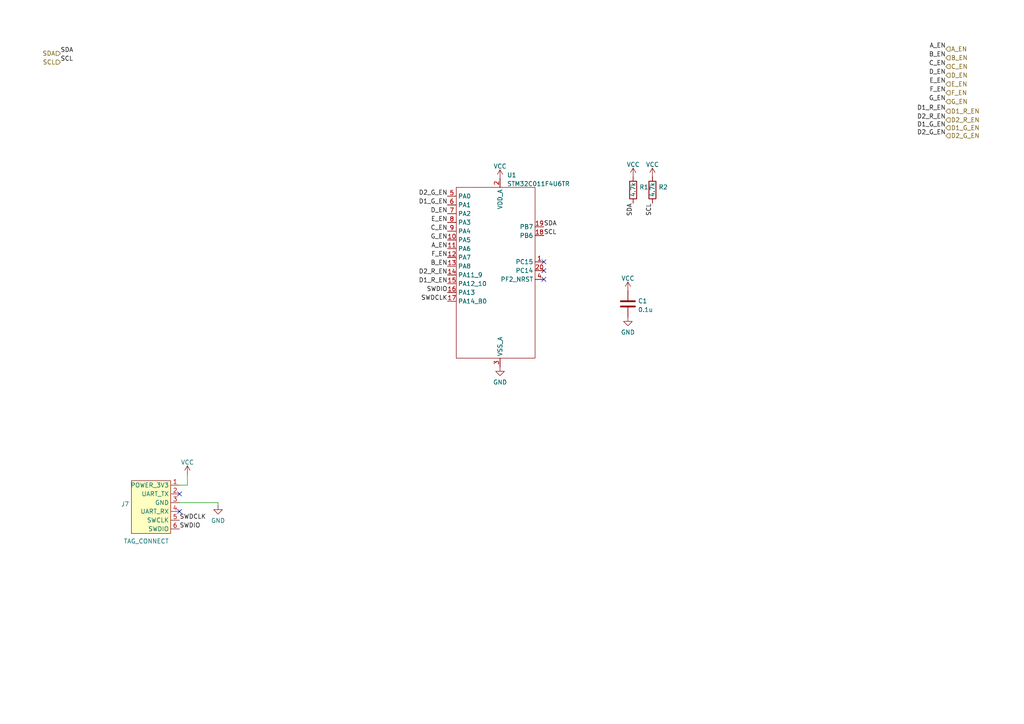
<source format=kicad_sch>
(kicad_sch (version 20211123) (generator eeschema)
  (paper "A4")
  (lib_symbols
    (symbol "ACTempDisconnect:TAG_CONNECT" (in_bom no)
      (property "Reference" "J" (at -7.62 10.16 0))
      (property "Value" "TAG_CONNECT" (at 2.54 10.16 0))
      (symbol "TAG_CONNECT_0_1"
        (rectangle (start 0 7.62) (end -11.43 -7.62) (fill (type background)))
      )
      (symbol "TAG_CONNECT_1_1"
        (pin power_out line (at 2.54 -6.35 180) (length 2.54) (name "POWER_3V3") (number "1"))
        (pin output line (at 2.54 -3.81 180) (length 2.54) (name "UART_TX") (number "2"))
        (pin power_out line (at 2.54 -1.27 180) (length 2.54) (name "GND") (number "3"))
        (pin output line (at 2.54 1.27 180) (length 2.54) (name "UART_RX") (number "4"))
        (pin output line (at 2.54 3.81 180) (length 2.54) (name "SWCLK") (number "5"))
        (pin output line (at 2.54 6.35 180) (length 2.54) (name "SWDIO") (number "6"))
      )
    )
    (symbol "Device:C" (pin_numbers hide) (pin_names (offset 0.254))
      (property "Reference" "C" (at 0.635 2.54 0))
      (property "Value" "C" (at 0.635 -2.54 0))
      (symbol "C_0_1"
        (polyline (pts (xy -2.032 -0.762) (xy 2.032 -0.762)) (stroke (width 0.508)))
        (polyline (pts (xy -2.032 0.762) (xy 2.032 0.762)) (stroke (width 0.508)))
      )
      (symbol "C_1_1"
        (pin passive line (at 0 3.81 270) (length 2.794) (name "~") (number "1"))
        (pin passive line (at 0 -3.81 90) (length 2.794) (name "~") (number "2"))
      )
    )
    (symbol "Device:R" (pin_numbers hide) (pin_names (offset 0))
      (property "Reference" "R" (at 2.032 0 90))
      (property "Value" "R" (at 0 0 90))
      (symbol "R_0_1"
        (rectangle (start -1.016 -2.54) (end 1.016 2.54) (stroke (width 0.254)))
      )
      (symbol "R_1_1"
        (pin passive line (at 0 3.81 270) (length 1.27) (name "~") (number "1"))
        (pin passive line (at 0 -3.81 90) (length 1.27) (name "~") (number "2"))
      )
    )
    (symbol "New_Library:STM32C011F4U6TR"
      (property "Reference" "U" (at 33.02 -11.43 0))
      (property "Value" "STM32C011F4U6TR" (at 15.24 -11.43 0))
      (symbol "STM32C011F4U6TR_0_0"
        (pin bidirectional line (at 40.64 -35.56 180) (length 2.54) (name "PC15") (number "1"))
        (pin bidirectional line (at 12.7 -29.21 0) (length 2.54) (name "PA5") (number "10"))
        (pin bidirectional line (at 12.7 -31.75 0) (length 2.54) (name "PA6") (number "11"))
        (pin bidirectional line (at 12.7 -34.29 0) (length 2.54) (name "PA7") (number "12"))
        (pin bidirectional line (at 12.7 -36.83 0) (length 2.54) (name "PA8") (number "13"))
        (pin bidirectional line (at 12.7 -39.37 0) (length 2.54) (name "PA11_9") (number "14"))
        (pin bidirectional line (at 12.7 -41.91 0) (length 2.54) (name "PA12_10") (number "15"))
        (pin bidirectional line (at 12.7 -44.45 0) (length 2.54) (name "PA13") (number "16"))
        (pin bidirectional line (at 12.7 -46.99 0) (length 2.54) (name "PA14_B0") (number "17"))
        (pin bidirectional line (at 40.64 -27.94 180) (length 2.54) (name "PB6") (number "18"))
        (pin bidirectional line (at 40.64 -25.4 180) (length 2.54) (name "PB7") (number "19"))
        (pin power_in line (at 27.94 -11.43 270) (length 2.54) (name "VDD_A") (number "2"))
        (pin bidirectional line (at 40.64 -38.1 180) (length 2.54) (name "PC14") (number "20"))
        (pin power_in line (at 27.94 -66.04 90) (length 2.54) (name "VSS_A") (number "3"))
        (pin bidirectional line (at 40.64 -40.64 180) (length 2.54) (name "PF2_NRST") (number "4"))
        (pin bidirectional line (at 12.7 -16.51 0) (length 2.54) (name "PA0") (number "5"))
        (pin bidirectional line (at 12.7 -19.05 0) (length 2.54) (name "PA1") (number "6"))
        (pin bidirectional line (at 12.7 -21.59 0) (length 2.54) (name "PA2") (number "7"))
        (pin bidirectional line (at 12.7 -24.13 0) (length 2.54) (name "PA3") (number "8"))
        (pin bidirectional line (at 12.7 -26.67 0) (length 2.54) (name "PA4") (number "9"))
      )
      (symbol "STM32C011F4U6TR_0_1"
        (rectangle (start 15.24 -13.97) (end 38.1 -63.5))
      )
    )
    (symbol "power:GND" (power) (pin_names (offset 0))
      (property "Value" "GND" (at 0 -3.81 0))
      (symbol "GND_0_1"
        (polyline (pts (xy 0 0) (xy 0 -1.27) (xy 1.27 -1.27) (xy 0 -2.54) (xy -1.27 -1.27) (xy 0 -1.27)))
      )
      (symbol "GND_1_1"
        (pin power_in line (at 0 0 270) (length 0) hide (name "GND") (number "1"))
      )
    )
    (symbol "power:VCC" (power) (pin_names (offset 0))
      (property "Value" "VCC" (at 0 3.81 0))
      (symbol "VCC_0_1"
        (polyline (pts (xy -0.762 1.27) (xy 0 2.54)))
        (polyline (pts (xy 0 0) (xy 0 2.54)))
        (polyline (pts (xy 0 2.54) (xy 0.762 1.27)))
      )
      (symbol "VCC_1_1"
        (pin power_in line (at 0 0 90) (length 0) hide (name "VCC") (number "1"))
      )
    )
  )
  (no_connect (at 52.07 143.256))
  (no_connect (at 52.07 148.336))
  (no_connect (at 157.734 78.486))
  (no_connect (at 157.734 81.026))
  (no_connect (at 157.734 75.946))
  (wire (pts (xy 63.246 145.796) (xy 63.246 146.558)))
  (wire (pts (xy 54.356 140.716) (xy 54.356 137.668)))
  (wire (pts (xy 52.07 140.716) (xy 54.356 140.716)))
  (wire (pts (xy 52.07 145.796) (xy 63.246 145.796)))
  (label "D1_G_EN" (at 274.32 37.084 180))
  (label "SCL" (at 189.23 58.928 270))
  (label "SDA" (at 157.734 65.786 0))
  (label "SDA" (at 17.526 15.494 0))
  (label "D1_G_EN" (at 129.794 59.436 180))
  (label "G_EN" (at 274.32 29.464 180))
  (label "D1_R_EN" (at 274.32 32.258 180))
  (label "SDA" (at 183.642 58.928 270))
  (label "B_EN" (at 129.794 77.216 180))
  (label "SWDCLK" (at 129.794 87.376 180))
  (label "D1_R_EN" (at 129.794 82.296 180))
  (label "SCL" (at 17.526 18.034 0))
  (label "D2_R_EN" (at 129.794 79.756 180))
  (label "A_EN" (at 129.794 72.136 180))
  (label "G_EN" (at 129.794 69.596 180))
  (label "A_EN" (at 274.32 14.224 180))
  (label "D_EN" (at 274.32 21.844 180))
  (label "SCL" (at 157.734 68.326 0))
  (label "D2_G_EN" (at 129.794 56.896 180))
  (label "F_EN" (at 274.32 26.924 180))
  (label "C_EN" (at 274.32 19.304 180))
  (label "E_EN" (at 274.32 24.384 180))
  (label "D2_G_EN" (at 274.32 39.37 180))
  (label "F_EN" (at 129.794 74.676 180))
  (label "SWDIO" (at 52.07 153.416 0))
  (label "SWDIO" (at 129.794 84.836 180))
  (label "E_EN" (at 129.794 64.516 180))
  (label "C_EN" (at 129.794 67.056 180))
  (label "B_EN" (at 274.32 16.764 180))
  (label "D_EN" (at 129.794 61.976 180))
  (label "D2_R_EN" (at 274.32 34.798 180))
  (label "SWDCLK" (at 52.07 150.876 0))
  (hierarchical_label "SDA" (shape input) (at 17.526 15.494 180))
  (hierarchical_label "D2_G_EN" (shape input) (at 274.32 39.37 0))
  (hierarchical_label "F_EN" (shape input) (at 274.32 26.924 0))
  (hierarchical_label "E_EN" (shape input) (at 274.32 24.384 0))
  (hierarchical_label "G_EN" (shape input) (at 274.32 29.464 0))
  (hierarchical_label "D1_R_EN" (shape input) (at 274.32 32.258 0))
  (hierarchical_label "D1_G_EN" (shape input) (at 274.32 37.084 0))
  (hierarchical_label "D_EN" (shape input) (at 274.32 21.844 0))
  (hierarchical_label "A_EN" (shape input) (at 274.32 14.224 0))
  (hierarchical_label "SCL" (shape input) (at 17.526 18.034 180))
  (hierarchical_label "C_EN" (shape input) (at 274.32 19.304 0))
  (hierarchical_label "B_EN" (shape input) (at 274.32 16.764 0))
  (hierarchical_label "D2_R_EN" (shape input) (at 274.32 34.798 0))
  (symbol (lib_id "New_Library:STM32C011F4U6TR") (at 117.094 40.386 0) (unit 1)
    (property "Reference" "U1" (at 147.0534 50.7832 0) (effects (justify left)))
    (property "Value" "STM32C011F4U6TR" (at 147.0534 53.3201 0) (effects (justify left)))
    (property "Footprint" "Package_DFN_QFN:UQFN-20_3x3mm_P0.4mm" (effects hide))
  )
  (symbol (lib_id "power:VCC") (at 54.356 137.668 0) (unit 1)
    (property "Reference" "#PWR0114" (effects hide))
    (property "Value" "VCC" (at 54.356 134.0922 0))
  )
  (symbol (lib_id "power:GND") (at 182.118 91.948 0) (unit 1)
    (property "Reference" "#PWR0119" (effects hide))
    (property "Value" "GND" (at 182.118 96.3914 0))
  )
  (symbol (lib_id "Device:R") (at 183.642 55.118 0) (unit 1)
    (property "Reference" "R1" (at 185.42 54.2833 0) (effects (justify left)))
    (property "Value" "4.7k" (at 183.642 57.15 90) (effects (justify left)))
    (property "Footprint" "Resistor_SMD:R_0402_1005Metric" (effects hide))
  )
  (symbol (lib_id "ACTempDisconnect:TAG_CONNECT") (at 49.53 147.066 0) (mirror x) (unit 1) (in_bom no)
    (property "Reference" "J7" (at 37.4651 146.2313 0) (effects (justify right)))
    (property "Value" "TAG_CONNECT" (at 49.022 156.972 0) (effects (justify right)))
    (property "Footprint" "Connector:Tag-Connect_TC2030-IDC-FP_2x03_P1.27mm_Vertical" (effects hide))
  )
  (symbol (lib_id "power:VCC") (at 189.23 51.308 0) (unit 1)
    (property "Reference" "#PWR0117" (effects hide))
    (property "Value" "VCC" (at 189.23 47.7322 0))
  )
  (symbol (lib_id "Device:R") (at 189.23 55.118 0) (unit 1)
    (property "Reference" "R2" (at 191.008 54.2833 0) (effects (justify left)))
    (property "Value" "4.7k" (at 189.23 57.15 90) (effects (justify left)))
    (property "Footprint" "Resistor_SMD:R_0402_1005Metric" (effects hide))
  )
  (symbol (lib_id "power:GND") (at 145.034 106.426 0) (unit 1)
    (property "Reference" "#PWR0120" (effects hide))
    (property "Value" "GND" (at 145.034 110.8694 0))
  )
  (symbol (lib_id "Device:C") (at 182.118 88.138 0) (unit 1)
    (property "Reference" "C1" (at 185.039 87.3033 0) (effects (justify left)))
    (property "Value" "0.1u" (at 185.039 89.8402 0) (effects (justify left)))
    (property "Footprint" "Capacitor_SMD:C_0402_1005Metric" (effects hide))
  )
  (symbol (lib_id "power:GND") (at 63.246 146.558 0) (unit 1)
    (property "Reference" "#PWR0113" (effects hide))
    (property "Value" "GND" (at 63.246 151.0014 0))
  )
  (symbol (lib_id "power:VCC") (at 182.118 84.328 0) (unit 1)
    (property "Reference" "#PWR0118" (effects hide))
    (property "Value" "VCC" (at 182.118 80.7522 0))
  )
  (symbol (lib_id "power:VCC") (at 183.642 51.308 0) (unit 1)
    (property "Reference" "#PWR0116" (effects hide))
    (property "Value" "VCC" (at 183.642 47.7322 0))
  )
  (symbol (lib_id "power:VCC") (at 145.034 51.816 0) (unit 1)
    (property "Reference" "#PWR0115" (effects hide))
    (property "Value" "VCC" (at 145.034 48.2402 0))
  )
)
</source>
